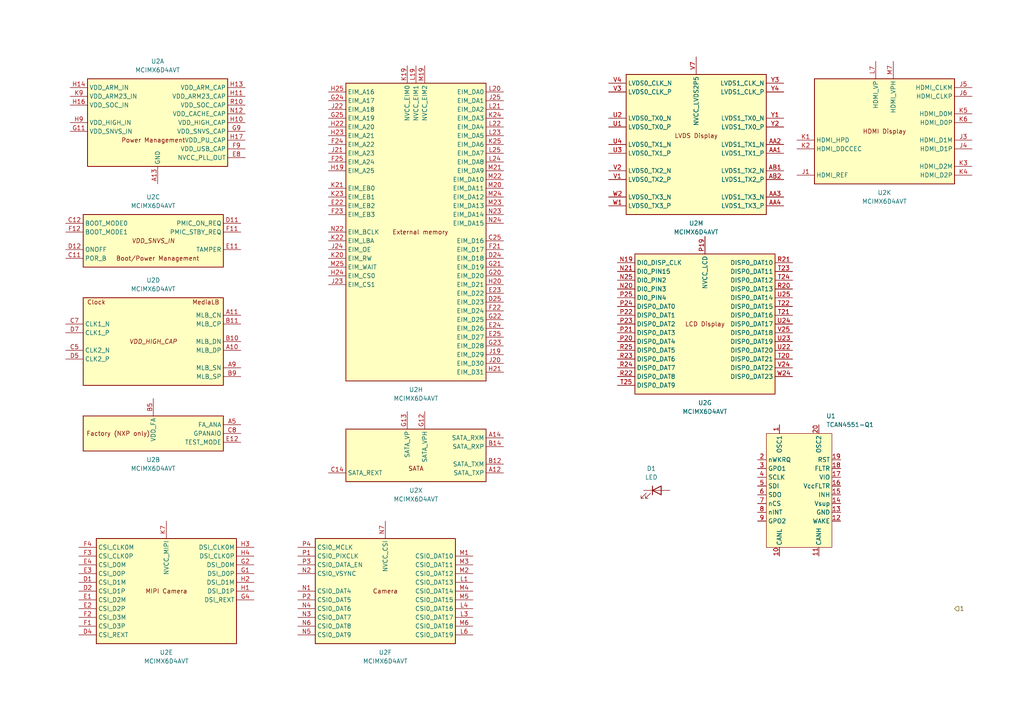
<source format=kicad_sch>
(kicad_sch (version 20250114) (generator "eeschema") (generator_version "9.0")
  (paper "A4")
  (title_block (title "Muhammad Azeem") (company "Invicton Labs"))
  (lib_symbols
    (symbol "CPU_NXP_IMX:MCIMX6D4AVT"
      (property "Reference" "U" (at 15.24 90.17 0))
      (property "Value" "MCIMX6D4AVT" (at -13.97 90.17 0))
      (symbol "MCIMX6D4AVT_1_0"
        (text "Power Management" (at -1.27 -5.08 0) (effects (font (size 1.27 1.27))))
      )
      (symbol "MCIMX6D4AVT_1_1"
        (pin power_in line (at -25.4 10.16 0) (length 5.08) (name "VDD_ARM_IN") (number "H14"))
        (pin passive line (at -25.4 10.16 0) (length 5.08) (hide yes) (name "VDD_ARM_IN") (number "J14"))
        (pin passive line (at -25.4 10.16 0) (length 5.08) (hide yes) (name "VDD_ARM_IN") (number "K14"))
        (pin passive line (at -25.4 10.16 0) (length 5.08) (hide yes) (name "VDD_ARM_IN") (number "L14"))
        (pin passive line (at -25.4 10.16 0) (length 5.08) (hide yes) (name "VDD_ARM_IN") (number "M14"))
        (pin passive line (at -25.4 10.16 0) (length 5.08) (hide yes) (name "VDD_ARM_IN") (number "N14"))
        (pin passive line (at -25.4 10.16 0) (length 5.08) (hide yes) (name "VDD_ARM_IN") (number "P14"))
        (pin passive line (at -25.4 10.16 0) (length 5.08) (hide yes) (name "VDD_ARM_IN") (number "R14"))
        (pin power_in line (at -25.4 7.62 0) (length 5.08) (name "VDD_ARM23_IN") (number "K9"))
        (pin passive line (at -25.4 7.62 0) (length 5.08) (hide yes) (name "VDD_ARM23_IN") (number "L9"))
        (pin passive line (at -25.4 7.62 0) (length 5.08) (hide yes) (name "VDD_ARM23_IN") (number "M9"))
        (pin passive line (at -25.4 7.62 0) (length 5.08) (hide yes) (name "VDD_ARM23_IN") (number "N9"))
        (pin passive line (at -25.4 7.62 0) (length 5.08) (hide yes) (name "VDD_ARM23_IN") (number "P9"))
        (pin passive line (at -25.4 7.62 0) (length 5.08) (hide yes) (name "VDD_ARM23_IN") (number "R9"))
        (pin passive line (at -25.4 7.62 0) (length 5.08) (hide yes) (name "VDD_ARM23_IN") (number "T9"))
        (pin passive line (at -25.4 7.62 0) (length 5.08) (hide yes) (name "VDD_ARM23_IN") (number "U9"))
        (pin power_in line (at -25.4 5.08 0) (length 5.08) (name "VDD_SOC_IN") (number "H16"))
        (pin passive line (at -25.4 5.08 0) (length 5.08) (hide yes) (name "VDD_SOC_IN") (number "J16"))
        (pin passive line (at -25.4 5.08 0) (length 5.08) (hide yes) (name "VDD_SOC_IN") (number "K16"))
        (pin passive line (at -25.4 5.08 0) (length 5.08) (hide yes) (name "VDD_SOC_IN") (number "L16"))
        (pin passive line (at -25.4 5.08 0) (length 5.08) (hide yes) (name "VDD_SOC_IN") (number "M16"))
        (pin passive line (at -25.4 5.08 0) (length 5.08) (hide yes) (name "VDD_SOC_IN") (number "N16"))
        (pin passive line (at -25.4 5.08 0) (length 5.08) (hide yes) (name "VDD_SOC_IN") (number "P16"))
        (pin passive line (at -25.4 5.08 0) (length 5.08) (hide yes) (name "VDD_SOC_IN") (number "R16"))
        (pin passive line (at -25.4 5.08 0) (length 5.08) (hide yes) (name "VDD_SOC_IN") (number "T16"))
        (pin passive line (at -25.4 5.08 0) (length 5.08) (hide yes) (name "VDD_SOC_IN") (number "U16"))
        (pin power_in line (at -25.4 0 0) (length 5.08) (name "VDD_HIGH_IN") (number "H9"))
        (pin passive line (at -25.4 0 0) (length 5.08) (hide yes) (name "VDD_HIGH_IN") (number "J9"))
        (pin power_in line (at -25.4 -2.54 0) (length 5.08) (name "VDD_SNVS_IN") (number "G11"))
        (pin power_in line (at 0 -17.78 90) (length 5.08) (name "GND") (number "A13"))
        (pin passive line (at 0 -17.78 90) (length 5.08) (hide yes) (name "GND") (number "A25"))
        (pin passive line (at 0 -17.78 90) (length 5.08) (hide yes) (name "GND") (number "A4"))
        (pin passive line (at 0 -17.78 90) (length 5.08) (hide yes) (name "GND") (number "A8"))
        (pin passive line (at 0 -17.78 90) (length 5.08) (hide yes) (name "GND") (number "AA10"))
        (pin passive line (at 0 -17.78 90) (length 5.08) (hide yes) (name "GND") (number "AA13"))
        (pin passive line (at 0 -17.78 90) (length 5.08) (hide yes) (name "GND") (number "AA16"))
        (pin passive line (at 0 -17.78 90) (length 5.08) (hide yes) (name "GND") (number "AA19"))
        (pin passive line (at 0 -17.78 90) (length 5.08) (hide yes) (name "GND") (number "AA22"))
        (pin passive line (at 0 -17.78 90) (length 5.08) (hide yes) (name "GND") (number "AA7"))
        (pin passive line (at 0 -17.78 90) (length 5.08) (hide yes) (name "GND") (number "AB24"))
        (pin passive line (at 0 -17.78 90) (length 5.08) (hide yes) (name "GND") (number "AB3"))
        (pin passive line (at 0 -17.78 90) (length 5.08) (hide yes) (name "GND") (number "AD10"))
        (pin passive line (at 0 -17.78 90) (length 5.08) (hide yes) (name "GND") (number "AD13"))
        (pin passive line (at 0 -17.78 90) (length 5.08) (hide yes) (name "GND") (number "AD16"))
        (pin passive line (at 0 -17.78 90) (length 5.08) (hide yes) (name "GND") (number "AD19"))
        (pin passive line (at 0 -17.78 90) (length 5.08) (hide yes) (name "GND") (number "AD22"))
        (pin passive line (at 0 -17.78 90) (length 5.08) (hide yes) (name "GND") (number "AD4"))
        (pin passive line (at 0 -17.78 90) (length 5.08) (hide yes) (name "GND") (number "AD7"))
        (pin passive line (at 0 -17.78 90) (length 5.08) (hide yes) (name "GND") (number "AE1"))
        (pin passive line (at 0 -17.78 90) (length 5.08) (hide yes) (name "GND") (number "AE25"))
        (pin passive line (at 0 -17.78 90) (length 5.08) (hide yes) (name "GND") (number "B4"))
        (pin passive line (at 0 -17.78 90) (length 5.08) (hide yes) (name "GND") (number "C1"))
        (pin passive line (at 0 -17.78 90) (length 5.08) (hide yes) (name "GND") (number "C10"))
        (pin passive line (at 0 -17.78 90) (length 5.08) (hide yes) (name "GND") (number "C4"))
        (pin passive line (at 0 -17.78 90) (length 5.08) (hide yes) (name "GND") (number "C6"))
        (pin passive line (at 0 -17.78 90) (length 5.08) (hide yes) (name "GND") (number "D3"))
        (pin passive line (at 0 -17.78 90) (length 5.08) (hide yes) (name "GND") (number "D6"))
        (pin passive line (at 0 -17.78 90) (length 5.08) (hide yes) (name "GND") (number "D8"))
        (pin passive line (at 0 -17.78 90) (length 5.08) (hide yes) (name "GND") (number "E5"))
        (pin passive line (at 0 -17.78 90) (length 5.08) (hide yes) (name "GND") (number "E6"))
        (pin passive line (at 0 -17.78 90) (length 5.08) (hide yes) (name "GND") (number "E7"))
        (pin passive line (at 0 -17.78 90) (length 5.08) (hide yes) (name "GND") (number "F5"))
        (pin passive line (at 0 -17.78 90) (length 5.08) (hide yes) (name "GND") (number "F6"))
        (pin passive line (at 0 -17.78 90) (length 5.08) (hide yes) (name "GND") (number "F7"))
        (pin passive line (at 0 -17.78 90) (length 5.08) (hide yes) (name "GND") (number "F8"))
        (pin passive line (at 0 -17.78 90) (length 5.08) (hide yes) (name "GND") (number "G10"))
        (pin passive line (at 0 -17.78 90) (length 5.08) (hide yes) (name "GND") (number "G19"))
        (pin passive line (at 0 -17.78 90) (length 5.08) (hide yes) (name "GND") (number "G3"))
        (pin passive line (at 0 -17.78 90) (length 5.08) (hide yes) (name "GND") (number "H12"))
        (pin passive line (at 0 -17.78 90) (length 5.08) (hide yes) (name "GND") (number "H15"))
        (pin passive line (at 0 -17.78 90) (length 5.08) (hide yes) (name "GND") (number "H18"))
        (pin passive line (at 0 -17.78 90) (length 5.08) (hide yes) (name "GND") (number "H8"))
        (pin passive line (at 0 -17.78 90) (length 5.08) (hide yes) (name "GND") (number "J12"))
        (pin passive line (at 0 -17.78 90) (length 5.08) (hide yes) (name "GND") (number "J15"))
        (pin passive line (at 0 -17.78 90) (length 5.08) (hide yes) (name "GND") (number "J18"))
        (pin passive line (at 0 -17.78 90) (length 5.08) (hide yes) (name "GND") (number "J2"))
        (pin passive line (at 0 -17.78 90) (length 5.08) (hide yes) (name "GND") (number "J8"))
        (pin passive line (at 0 -17.78 90) (length 5.08) (hide yes) (name "GND") (number "K10"))
        (pin passive line (at 0 -17.78 90) (length 5.08) (hide yes) (name "GND") (number "K12"))
        (pin passive line (at 0 -17.78 90) (length 5.08) (hide yes) (name "GND") (number "K15"))
        (pin passive line (at 0 -17.78 90) (length 5.08) (hide yes) (name "GND") (number "K18"))
        (pin passive line (at 0 -17.78 90) (length 5.08) (hide yes) (name "GND") (number "K8"))
        (pin passive line (at 0 -17.78 90) (length 5.08) (hide yes) (name "GND") (number "L10"))
        (pin passive line (at 0 -17.78 90) (length 5.08) (hide yes) (name "GND") (number "L12"))
        (pin passive line (at 0 -17.78 90) (length 5.08) (hide yes) (name "GND") (number "L15"))
        (pin passive line (at 0 -17.78 90) (length 5.08) (hide yes) (name "GND") (number "L18"))
        (pin passive line (at 0 -17.78 90) (length 5.08) (hide yes) (name "GND") (number "L2"))
        (pin passive line (at 0 -17.78 90) (length 5.08) (hide yes) (name "GND") (number "L5"))
        (pin passive line (at 0 -17.78 90) (length 5.08) (hide yes) (name "GND") (number "L8"))
        (pin passive line (at 0 -17.78 90) (length 5.08) (hide yes) (name "GND") (number "M10"))
        (pin passive line (at 0 -17.78 90) (length 5.08) (hide yes) (name "GND") (number "M12"))
        (pin passive line (at 0 -17.78 90) (length 5.08) (hide yes) (name "GND") (number "M15"))
        (pin passive line (at 0 -17.78 90) (length 5.08) (hide yes) (name "GND") (number "M18"))
        (pin passive line (at 0 -17.78 90) (length 5.08) (hide yes) (name "GND") (number "M8"))
        (pin passive line (at 0 -17.78 90) (length 5.08) (hide yes) (name "GND") (number "N10"))
        (pin passive line (at 0 -17.78 90) (length 5.08) (hide yes) (name "GND") (number "N15"))
        (pin passive line (at 0 -17.78 90) (length 5.08) (hide yes) (name "GND") (number "N18"))
        (pin passive line (at 0 -17.78 90) (length 5.08) (hide yes) (name "GND") (number "N8"))
        (pin passive line (at 0 -17.78 90) (length 5.08) (hide yes) (name "GND") (number "P10"))
        (pin passive line (at 0 -17.78 90) (length 5.08) (hide yes) (name "GND") (number "P12"))
        (pin passive line (at 0 -17.78 90) (length 5.08) (hide yes) (name "GND") (number "P15"))
        (pin passive line (at 0 -17.78 90) (length 5.08) (hide yes) (name "GND") (number "P18"))
        (pin passive line (at 0 -17.78 90) (length 5.08) (hide yes) (name "GND") (number "P8"))
        (pin passive line (at 0 -17.78 90) (length 5.08) (hide yes) (name "GND") (number "R12"))
        (pin passive line (at 0 -17.78 90) (length 5.08) (hide yes) (name "GND") (number "R15"))
        (pin passive line (at 0 -17.78 90) (length 5.08) (hide yes) (name "GND") (number "R17"))
        (pin passive line (at 0 -17.78 90) (length 5.08) (hide yes) (name "GND") (number "R8"))
        (pin passive line (at 0 -17.78 90) (length 5.08) (hide yes) (name "GND") (number "T11"))
        (pin passive line (at 0 -17.78 90) (length 5.08) (hide yes) (name "GND") (number "T12"))
        (pin passive line (at 0 -17.78 90) (length 5.08) (hide yes) (name "GND") (number "T15"))
        (pin passive line (at 0 -17.78 90) (length 5.08) (hide yes) (name "GND") (number "T17"))
        (pin passive line (at 0 -17.78 90) (length 5.08) (hide yes) (name "GND") (number "T19"))
        (pin passive line (at 0 -17.78 90) (length 5.08) (hide yes) (name "GND") (number "T8"))
        (pin passive line (at 0 -17.78 90) (length 5.08) (hide yes) (name "GND") (number "U11"))
        (pin passive line (at 0 -17.78 90) (length 5.08) (hide yes) (name "GND") (number "U12"))
        (pin passive line (at 0 -17.78 90) (length 5.08) (hide yes) (name "GND") (number "U15"))
        (pin passive line (at 0 -17.78 90) (length 5.08) (hide yes) (name "GND") (number "U17"))
        (pin passive line (at 0 -17.78 90) (length 5.08) (hide yes) (name "GND") (number "U19"))
        (pin passive line (at 0 -17.78 90) (length 5.08) (hide yes) (name "GND") (number "U8"))
        (pin passive line (at 0 -17.78 90) (length 5.08) (hide yes) (name "GND") (number "V19"))
        (pin passive line (at 0 -17.78 90) (length 5.08) (hide yes) (name "GND") (number "V8"))
        (pin passive line (at 0 -17.78 90) (length 5.08) (hide yes) (name "GND") (number "W10"))
        (pin passive line (at 0 -17.78 90) (length 5.08) (hide yes) (name "GND") (number "W11"))
        (pin passive line (at 0 -17.78 90) (length 5.08) (hide yes) (name "GND") (number "W12"))
        (pin passive line (at 0 -17.78 90) (length 5.08) (hide yes) (name "GND") (number "W13"))
        (pin passive line (at 0 -17.78 90) (length 5.08) (hide yes) (name "GND") (number "W15"))
        (pin passive line (at 0 -17.78 90) (length 5.08) (hide yes) (name "GND") (number "W16"))
        (pin passive line (at 0 -17.78 90) (length 5.08) (hide yes) (name "GND") (number "W17"))
        (pin passive line (at 0 -17.78 90) (length 5.08) (hide yes) (name "GND") (number "W18"))
        (pin passive line (at 0 -17.78 90) (length 5.08) (hide yes) (name "GND") (number "W19"))
        (pin passive line (at 0 -17.78 90) (length 5.08) (hide yes) (name "GND") (number "W3"))
        (pin passive line (at 0 -17.78 90) (length 5.08) (hide yes) (name "GND") (number "W7"))
        (pin passive line (at 0 -17.78 90) (length 5.08) (hide yes) (name "GND") (number "W8"))
        (pin passive line (at 0 -17.78 90) (length 5.08) (hide yes) (name "GND") (number "W9"))
        (pin passive line (at 0 -17.78 90) (length 5.08) (hide yes) (name "GND") (number "Y24"))
        (pin passive line (at 0 -17.78 90) (length 5.08) (hide yes) (name "GND") (number "Y5"))
        (pin power_out line (at 25.4 10.16 180) (length 5.08) (name "VDD_ARM_CAP") (number "H13"))
        (pin passive line (at 25.4 10.16 180) (length 5.08) (hide yes) (name "VDD_ARM_CAP") (number "J13"))
        (pin passive line (at 25.4 10.16 180) (length 5.08) (hide yes) (name "VDD_ARM_CAP") (number "K13"))
        (pin passive line (at 25.4 10.16 180) (length 5.08) (hide yes) (name "VDD_ARM_CAP") (number "L13"))
        (pin passive line (at 25.4 10.16 180) (length 5.08) (hide yes) (name "VDD_ARM_CAP") (number "M13"))
        (pin passive line (at 25.4 10.16 180) (length 5.08) (hide yes) (name "VDD_ARM_CAP") (number "N13"))
        (pin passive line (at 25.4 10.16 180) (length 5.08) (hide yes) (name "VDD_ARM_CAP") (number "P13"))
        (pin passive line (at 25.4 10.16 180) (length 5.08) (hide yes) (name "VDD_ARM_CAP") (number "R13"))
        (pin power_out line (at 25.4 7.62 180) (length 5.08) (name "VDD_ARM23_CAP") (number "H11"))
        (pin passive line (at 25.4 7.62 180) (length 5.08) (hide yes) (name "VDD_ARM23_CAP") (number "J11"))
        (pin passive line (at 25.4 7.62 180) (length 5.08) (hide yes) (name "VDD_ARM23_CAP") (number "K11"))
        (pin passive line (at 25.4 7.62 180) (length 5.08) (hide yes) (name "VDD_ARM23_CAP") (number "L11"))
        (pin passive line (at 25.4 7.62 180) (length 5.08) (hide yes) (name "VDD_ARM23_CAP") (number "M11"))
        (pin passive line (at 25.4 7.62 180) (length 5.08) (hide yes) (name "VDD_ARM23_CAP") (number "N11"))
        (pin passive line (at 25.4 7.62 180) (length 5.08) (hide yes) (name "VDD_ARM23_CAP") (number "P11"))
        (pin passive line (at 25.4 7.62 180) (length 5.08) (hide yes) (name "VDD_ARM23_CAP") (number "R11"))
        (pin power_out line (at 25.4 5.08 180) (length 5.08) (name "VDD_SOC_CAP") (number "R10"))
        (pin passive line (at 25.4 5.08 180) (length 5.08) (hide yes) (name "VDD_SOC_CAP") (number "T10"))
        (pin passive line (at 25.4 5.08 180) (length 5.08) (hide yes) (name "VDD_SOC_CAP") (number "T13"))
        (pin passive line (at 25.4 5.08 180) (length 5.08) (hide yes) (name "VDD_SOC_CAP") (number "T14"))
        (pin passive line (at 25.4 5.08 180) (length 5.08) (hide yes) (name "VDD_SOC_CAP") (number "U10"))
        (pin passive line (at 25.4 5.08 180) (length 5.08) (hide yes) (name "VDD_SOC_CAP") (number "U13"))
        (pin passive line (at 25.4 5.08 180) (length 5.08) (hide yes) (name "VDD_SOC_CAP") (number "U14"))
        (pin power_in line (at 25.4 2.54 180) (length 5.08) (name "VDD_CACHE_CAP") (number "N12"))
        (pin power_out line (at 25.4 0 180) (length 5.08) (name "VDD_HIGH_CAP") (number "H10"))
        (pin passive line (at 25.4 0 180) (length 5.08) (hide yes) (name "VDD_HIGH_CAP") (number "J10"))
        (pin power_out line (at 25.4 -2.54 180) (length 5.08) (name "VDD_SNVS_CAP") (number "G9"))
        (pin power_out line (at 25.4 -5.08 180) (length 5.08) (name "VDD_PU_CAP") (number "H17"))
        (pin passive line (at 25.4 -5.08 180) (length 5.08) (hide yes) (name "VDD_PU_CAP") (number "J17"))
        (pin passive line (at 25.4 -5.08 180) (length 5.08) (hide yes) (name "VDD_PU_CAP") (number "K17"))
        (pin passive line (at 25.4 -5.08 180) (length 5.08) (hide yes) (name "VDD_PU_CAP") (number "L17"))
        (pin passive line (at 25.4 -5.08 180) (length 5.08) (hide yes) (name "VDD_PU_CAP") (number "M17"))
        (pin passive line (at 25.4 -5.08 180) (length 5.08) (hide yes) (name "VDD_PU_CAP") (number "N17"))
        (pin passive line (at 25.4 -5.08 180) (length 5.08) (hide yes) (name "VDD_PU_CAP") (number "P17"))
        (pin power_out line (at 25.4 -7.62 180) (length 5.08) (name "VDD_USB_CAP") (number "F9"))
        (pin power_out line (at 25.4 -10.16 180) (length 5.08) (name "NVCC_PLL_OUT") (number "E8"))
      )
      (symbol "MCIMX6D4AVT_2_0"
        (text "Factory (NXP only)" (at -10.16 0 0) (effects (font (size 1.27 1.27))))
      )
      (symbol "MCIMX6D4AVT_2_1"
        (pin passive line (at 0 10.16 270) (length 5.08) (name "VDD_FA") (number "B5"))
        (pin passive line (at 25.4 2.54 180) (length 5.08) (name "FA_ANA") (number "A5"))
        (pin passive line (at 25.4 0 180) (length 5.08) (name "GPANAIO") (number "C8"))
        (pin passive line (at 25.4 -2.54 180) (length 5.08) (name "TEST_MODE") (number "E12"))
      )
      (symbol "MCIMX6D4AVT_3_0"
        (text "Boot/Power Management" (at 1.27 -5.08 0) (effects (font (size 1.27 1.27))))
      )
      (symbol "MCIMX6D4AVT_3_1"
        (text "VDD_SNVS_IN" (at 0 0 0) (effects (font (size 1.27 1.27) (italic yes))))
        (pin input line (at -25.4 5.08 0) (length 5.08) (name "BOOT_MODE0") (number "C12"))
        (pin input line (at -25.4 2.54 0) (length 5.08) (name "BOOT_MODE1") (number "F12"))
        (pin input line (at -25.4 -2.54 0) (length 5.08) (name "ONOFF") (number "D12"))
        (pin input line (at -25.4 -5.08 0) (length 5.08) (name "POR_B") (number "C11"))
        (pin output line (at 25.4 5.08 180) (length 5.08) (name "PMIC_ON_REQ") (number "D11"))
        (pin output line (at 25.4 2.54 180) (length 5.08) (name "PMIC_STBY_REQ") (number "F11"))
        (pin input line (at 25.4 -2.54 180) (length 5.08) (name "TAMPER") (number "E11"))
      )
      (symbol "MCIMX6D4AVT_4_0"
        (text "Clock" (at -16.51 11.43 0) (effects (font (size 1.27 1.27))))
        (text "MediaLB" (at 15.24 11.43 0) (effects (font (size 1.27 1.27))))
      )
      (symbol "MCIMX6D4AVT_4_1"
        (text "VDD_HIGH_CAP" (at 0 0 0) (effects (font (size 1.27 1.27) (italic yes))))
        (pin bidirectional line (at -25.4 5.08 0) (length 5.08) (name "CLK1_N") (number "C7"))
        (pin bidirectional line (at -25.4 2.54 0) (length 5.08) (name "CLK1_P") (number "D7"))
        (pin bidirectional line (at -25.4 -2.54 0) (length 5.08) (name "CLK2_N") (number "C5"))
        (pin bidirectional line (at -25.4 -5.08 0) (length 5.08) (name "CLK2_P") (number "D5"))
        (pin input line (at 25.4 7.62 180) (length 5.08) (name "MLB_CN") (number "A11"))
        (pin input line (at 25.4 5.08 180) (length 5.08) (name "MLB_CP") (number "B11"))
        (pin bidirectional line (at 25.4 0 180) (length 5.08) (name "MLB_DN") (number "B10"))
        (pin bidirectional line (at 25.4 -2.54 180) (length 5.08) (name "MLB_DP") (number "A10"))
        (pin bidirectional line (at 25.4 -7.62 180) (length 5.08) (name "MLB_SN") (number "A9"))
        (pin bidirectional line (at 25.4 -10.16 180) (length 5.08) (name "MLB_SP") (number "B9"))
      )
      (symbol "MCIMX6D4AVT_5_0"
        (text "MIPI Camera" (at 0 0 0) (effects (font (size 1.27 1.27))))
      )
      (symbol "MCIMX6D4AVT_5_1"
        (pin input line (at -25.4 12.7 0) (length 5.08) (name "CSI_CLK0M") (number "F4"))
        (pin input line (at -25.4 10.16 0) (length 5.08) (name "CSI_CLK0P") (number "F3"))
        (pin input line (at -25.4 7.62 0) (length 5.08) (name "CSI_D0M") (number "E4"))
        (pin input line (at -25.4 5.08 0) (length 5.08) (name "CSI_D0P") (number "E3"))
        (pin input line (at -25.4 2.54 0) (length 5.08) (name "CSI_D1M") (number "D1"))
        (pin input line (at -25.4 0 0) (length 5.08) (name "CSI_D1P") (number "D2"))
        (pin input line (at -25.4 -2.54 0) (length 5.08) (name "CSI_D2M") (number "E1"))
        (pin input line (at -25.4 -5.08 0) (length 5.08) (name "CSI_D2P") (number "E2"))
        (pin input line (at -25.4 -7.62 0) (length 5.08) (name "CSI_D3M") (number "F2"))
        (pin input line (at -25.4 -10.16 0) (length 5.08) (name "CSI_D3P") (number "F1"))
        (pin passive line (at -25.4 -12.7 0) (length 5.08) (name "CSI_REXT") (number "D4"))
        (pin power_in line (at 0 20.32 270) (length 5.08) (name "NVCC_MIPI") (number "K7"))
        (pin output line (at 25.4 12.7 180) (length 5.08) (name "DSI_CLK0M") (number "H3"))
        (pin output line (at 25.4 10.16 180) (length 5.08) (name "DSI_CLK0P") (number "H4"))
        (pin output line (at 25.4 7.62 180) (length 5.08) (name "DSI_D0M") (number "G2"))
        (pin output line (at 25.4 5.08 180) (length 5.08) (name "DSI_D0P") (number "G1"))
        (pin output line (at 25.4 2.54 180) (length 5.08) (name "DSI_D1M") (number "H2"))
        (pin output line (at 25.4 0 180) (length 5.08) (name "DSI_D1P") (number "H1"))
        (pin passive line (at 25.4 -2.54 180) (length 5.08) (name "DSI_REXT") (number "G4"))
      )
      (symbol "MCIMX6D4AVT_6_0"
        (text "Camera" (at 0 0 0) (effects (font (size 1.27 1.27))))
      )
      (symbol "MCIMX6D4AVT_6_1"
        (pin bidirectional line (at -25.4 12.7 0) (length 5.08) (name "CSI0_MCLK") (number "P4"))
        (pin bidirectional line (at -25.4 10.16 0) (length 5.08) (name "CSI0_PIXCLK") (number "P1"))
        (pin bidirectional line (at -25.4 7.62 0) (length 5.08) (name "CSI0_DATA_EN") (number "P3"))
        (pin bidirectional line (at -25.4 5.08 0) (length 5.08) (name "CSI0_VSYNC") (number "N2"))
        (pin bidirectional line (at -25.4 0 0) (length 5.08) (name "CSI0_DAT4") (number "N1"))
        (pin bidirectional line (at -25.4 -2.54 0) (length 5.08) (name "CSI0_DAT5") (number "P2"))
        (pin bidirectional line (at -25.4 -5.08 0) (length 5.08) (name "CSI0_DAT6") (number "N4"))
        (pin bidirectional line (at -25.4 -7.62 0) (length 5.08) (name "CSI0_DAT7") (number "N3"))
        (pin bidirectional line (at -25.4 -10.16 0) (length 5.08) (name "CSI0_DAT8") (number "N6"))
        (pin bidirectional line (at -25.4 -12.7 0) (length 5.08) (name "CSI0_DAT9") (number "N5"))
        (pin power_in line (at 0 20.32 270) (length 5.08) (name "NVCC_CSI") (number "N7"))
        (pin bidirectional line (at 25.4 10.16 180) (length 5.08) (name "CSI0_DAT10") (number "M1"))
        (pin bidirectional line (at 25.4 7.62 180) (length 5.08) (name "CSI0_DAT11") (number "M3"))
        (pin bidirectional line (at 25.4 5.08 180) (length 5.08) (name "CSI0_DAT12") (number "M2"))
        (pin bidirectional line (at 25.4 2.54 180) (length 5.08) (name "CSI0_DAT13") (number "L1"))
        (pin bidirectional line (at 25.4 0 180) (length 5.08) (name "CSI0_DAT14") (number "M4"))
        (pin bidirectional line (at 25.4 -2.54 180) (length 5.08) (name "CSI0_DAT15") (number "M5"))
        (pin bidirectional line (at 25.4 -5.08 180) (length 5.08) (name "CSI0_DAT16") (number "L4"))
        (pin bidirectional line (at 25.4 -7.62 180) (length 5.08) (name "CSI0_DAT17") (number "L3"))
        (pin bidirectional line (at 25.4 -10.16 180) (length 5.08) (name "CSI0_DAT18") (number "M6"))
        (pin bidirectional line (at 25.4 -12.7 180) (length 5.08) (name "CSI0_DAT19") (number "L6"))
      )
      (symbol "MCIMX6D4AVT_7_0"
        (text "LCD Display" (at 0 0 0) (effects (font (size 1.27 1.27))))
      )
      (symbol "MCIMX6D4AVT_7_1"
        (pin bidirectional line (at -25.4 17.78 0) (length 5.08) (name "DI0_DISP_CLK") (number "N19"))
        (pin bidirectional line (at -25.4 15.24 0) (length 5.08) (name "DI0_PIN15") (number "N21"))
        (pin bidirectional line (at -25.4 12.7 0) (length 5.08) (name "DI0_PIN2") (number "N25"))
        (pin bidirectional line (at -25.4 10.16 0) (length 5.08) (name "DI0_PIN3") (number "N20"))
        (pin bidirectional line (at -25.4 7.62 0) (length 5.08) (name "DI0_PIN4") (number "P25"))
        (pin bidirectional line (at -25.4 5.08 0) (length 5.08) (name "DISP0_DAT0") (number "P24"))
        (pin bidirectional line (at -25.4 2.54 0) (length 5.08) (name "DISP0_DAT1") (number "P22"))
        (pin bidirectional line (at -25.4 0 0) (length 5.08) (name "DISP0_DAT2") (number "P23"))
        (pin bidirectional line (at -25.4 -2.54 0) (length 5.08) (name "DISP0_DAT3") (number "P21"))
        (pin bidirectional line (at -25.4 -5.08 0) (length 5.08) (name "DISP0_DAT4") (number "P20"))
        (pin bidirectional line (at -25.4 -7.62 0) (length 5.08) (name "DISP0_DAT5") (number "R25"))
        (pin bidirectional line (at -25.4 -10.16 0) (length 5.08) (name "DISP0_DAT6") (number "R23"))
        (pin bidirectional line (at -25.4 -12.7 0) (length 5.08) (name "DISP0_DAT7") (number "R24"))
        (pin bidirectional line (at -25.4 -15.24 0) (length 5.08) (name "DISP0_DAT8") (number "R22"))
        (pin bidirectional line (at -25.4 -17.78 0) (length 5.08) (name "DISP0_DAT9") (number "T25"))
        (pin power_in line (at 0 25.4 270) (length 5.08) (name "NVCC_LCD") (number "P19"))
        (pin bidirectional line (at 25.4 17.78 180) (length 5.08) (name "DISP0_DAT10") (number "R21"))
        (pin bidirectional line (at 25.4 15.24 180) (length 5.08) (name "DISP0_DAT11") (number "T23"))
        (pin bidirectional line (at 25.4 12.7 180) (length 5.08) (name "DISP0_DAT12") (number "T24"))
        (pin bidirectional line (at 25.4 10.16 180) (length 5.08) (name "DISP0_DAT13") (number "R20"))
        (pin bidirectional line (at 25.4 7.62 180) (length 5.08) (name "DISP0_DAT14") (number "U25"))
        (pin bidirectional line (at 25.4 5.08 180) (length 5.08) (name "DISP0_DAT15") (number "T22"))
        (pin bidirectional line (at 25.4 2.54 180) (length 5.08) (name "DISP0_DAT16") (number "T21"))
        (pin bidirectional line (at 25.4 0 180) (length 5.08) (name "DISP0_DAT17") (number "U24"))
        (pin bidirectional line (at 25.4 -2.54 180) (length 5.08) (name "DISP0_DAT18") (number "V25"))
        (pin bidirectional line (at 25.4 -5.08 180) (length 5.08) (name "DISP0_DAT19") (number "U23"))
        (pin bidirectional line (at 25.4 -7.62 180) (length 5.08) (name "DISP0_DAT20") (number "U22"))
        (pin bidirectional line (at 25.4 -10.16 180) (length 5.08) (name "DISP0_DAT21") (number "T20"))
        (pin bidirectional line (at 25.4 -12.7 180) (length 5.08) (name "DISP0_DAT22") (number "V24"))
        (pin bidirectional line (at 25.4 -15.24 180) (length 5.08) (name "DISP0_DAT23") (number "W24"))
      )
      (symbol "MCIMX6D4AVT_8_0"
        (text "External memory" (at 1.27 0 0) (effects (font (size 1.27 1.27))))
      )
      (symbol "MCIMX6D4AVT_8_1"
        (pin bidirectional line (at -25.4 40.64 0) (length 5.08) (name "EIM_A16") (number "H25"))
        (pin bidirectional line (at -25.4 38.1 0) (length 5.08) (name "EIM_A17") (number "G24"))
        (pin bidirectional line (at -25.4 35.56 0) (length 5.08) (name "EIM_A18") (number "J22"))
        (pin bidirectional line (at -25.4 33.02 0) (length 5.08) (name "EIM_A19") (number "G25"))
        (pin bidirectional line (at -25.4 30.48 0) (length 5.08) (name "EIM_A20") (number "H22"))
        (pin bidirectional line (at -25.4 27.94 0) (length 5.08) (name "EIM_A21") (number "H23"))
        (pin bidirectional line (at -25.4 25.4 0) (length 5.08) (name "EIM_A22") (number "F24"))
        (pin bidirectional line (at -25.4 22.86 0) (length 5.08) (name "EIM_A23") (number "J21"))
        (pin bidirectional line (at -25.4 20.32 0) (length 5.08) (name "EIM_A24") (number "F25"))
        (pin bidirectional line (at -25.4 17.78 0) (length 5.08) (name "EIM_A25") (number "H19"))
        (pin bidirectional line (at -25.4 12.7 0) (length 5.08) (name "EIM_EB0") (number "K21"))
        (pin bidirectional line (at -25.4 10.16 0) (length 5.08) (name "EIM_EB1") (number "K23"))
        (pin bidirectional line (at -25.4 7.62 0) (length 5.08) (name "EIM_EB2") (number "E22"))
        (pin bidirectional line (at -25.4 5.08 0) (length 5.08) (name "EIM_EB3") (number "F23"))
        (pin bidirectional line (at -25.4 0 0) (length 5.08) (name "EIM_BCLK") (number "N22"))
        (pin bidirectional line (at -25.4 -2.54 0) (length 5.08) (name "EIM_LBA") (number "K22"))
        (pin bidirectional line (at -25.4 -5.08 0) (length 5.08) (name "EIM_OE") (number "J24"))
        (pin bidirectional line (at -25.4 -7.62 0) (length 5.08) (name "EIM_RW") (number "K20"))
        (pin bidirectional line (at -25.4 -10.16 0) (length 5.08) (name "EIM_WAIT") (number "M25"))
        (pin bidirectional line (at -25.4 -12.7 0) (length 5.08) (name "EIM_CS0") (number "H24"))
        (pin bidirectional line (at -25.4 -15.24 0) (length 5.08) (name "EIM_CS1") (number "J23"))
        (pin power_in line (at -2.54 48.26 270) (length 5.08) (name "NVCC_EIM0") (number "K19"))
        (pin power_in line (at 0 48.26 270) (length 5.08) (name "NVCC_EIM1") (number "L19"))
        (pin power_in line (at 2.54 48.26 270) (length 5.08) (name "NVCC_EIM2") (number "M19"))
        (pin bidirectional line (at 25.4 40.64 180) (length 5.08) (name "EIM_DA0") (number "L20"))
        (pin bidirectional line (at 25.4 38.1 180) (length 5.08) (name "EIM_DA1") (number "J25"))
        (pin bidirectional line (at 25.4 35.56 180) (length 5.08) (name "EIM_DA2") (number "L21"))
        (pin bidirectional line (at 25.4 33.02 180) (length 5.08) (name "EIM_DA3") (number "K24"))
        (pin bidirectional line (at 25.4 30.48 180) (length 5.08) (name "EIM_DA4") (number "L22"))
        (pin bidirectional line (at 25.4 27.94 180) (length 5.08) (name "EIM_DA5") (number "L23"))
        (pin bidirectional line (at 25.4 25.4 180) (length 5.08) (name "EIM_DA6") (number "K25"))
        (pin bidirectional line (at 25.4 22.86 180) (length 5.08) (name "EIM_DA7") (number "L25"))
        (pin bidirectional line (at 25.4 20.32 180) (length 5.08) (name "EIM_DA8") (number "L24"))
        (pin bidirectional line (at 25.4 17.78 180) (length 5.08) (name "EIM_DA9") (number "M21"))
        (pin bidirectional line (at 25.4 15.24 180) (length 5.08) (name "EIM_DA10") (number "M22"))
        (pin bidirectional line (at 25.4 12.7 180) (length 5.08) (name "EIM_DA11") (number "M20"))
        (pin bidirectional line (at 25.4 10.16 180) (length 5.08) (name "EIM_DA12") (number "M24"))
        (pin bidirectional line (at 25.4 7.62 180) (length 5.08) (name "EIM_DA13") (number "M23"))
        (pin bidirectional line (at 25.4 5.08 180) (length 5.08) (name "EIM_DA14") (number "N23"))
        (pin bidirectional line (at 25.4 2.54 180) (length 5.08) (name "EIM_DA15") (number "N24"))
        (pin bidirectional line (at 25.4 -2.54 180) (length 5.08) (name "EIM_D16") (number "C25"))
        (pin bidirectional line (at 25.4 -5.08 180) (length 5.08) (name "EIM_D17") (number "F21"))
        (pin bidirectional line (at 25.4 -7.62 180) (length 5.08) (name "EIM_D18") (number "D24"))
        (pin bidirectional line (at 25.4 -10.16 180) (length 5.08) (name "EIM_D19") (number "G21"))
        (pin bidirectional line (at 25.4 -12.7 180) (length 5.08) (name "EIM_D20") (number "G20"))
        (pin bidirectional line (at 25.4 -15.24 180) (length 5.08) (name "EIM_D21") (number "H20"))
        (pin bidirectional line (at 25.4 -17.78 180) (length 5.08) (name "EIM_D22") (number "E23"))
        (pin bidirectional line (at 25.4 -20.32 180) (length 5.08) (name "EIM_D23") (number "D25"))
        (pin bidirectional line (at 25.4 -22.86 180) (length 5.08) (name "EIM_D24") (number "F22"))
        (pin bidirectional line (at 25.4 -25.4 180) (length 5.08) (name "EIM_D25") (number "G22"))
        (pin bidirectional line (at 25.4 -27.94 180) (length 5.08) (name "EIM_D26") (number "E24"))
        (pin bidirectional line (at 25.4 -30.48 180) (length 5.08) (name "EIM_D27") (number "E25"))
        (pin bidirectional line (at 25.4 -33.02 180) (length 5.08) (name "EIM_D28") (number "G23"))
        (pin bidirectional line (at 25.4 -35.56 180) (length 5.08) (name "EIM_D29") (number "J19"))
        (pin bidirectional line (at 25.4 -38.1 180) (length 5.08) (name "EIM_D30") (number "J20"))
        (pin bidirectional line (at 25.4 -40.64 180) (length 5.08) (name "EIM_D31") (number "H21"))
      )
      (symbol "MCIMX6D4AVT_9_0"
        (text "10/100-Mbit Ethernet" (at -2.54 -7.62 0) (effects (font (size 1.27 1.27))))
      )
      (symbol "MCIMX6D4AVT_9_1"
        (pin bidirectional line (at -25.4 7.62 0) (length 5.08) (name "ENET_RXD0") (number "W21"))
        (pin bidirectional line (at -25.4 5.08 0) (length 5.08) (name "ENET_RXD1") (number "W22"))
        (pin bidirectional line (at -25.4 2.54 0) (length 5.08) (name "ENET_CRS_DV") (number "U21"))
        (pin bidirectional line (at -25.4 0 0) (length 5.08) (name "ENET_RX_ER") (number "W23"))
        (pin bidirectional line (at -25.4 -5.08 0) (length 5.08) (name "ENET_REF_CLK") (number "V22"))
        (pin power_in line (at 0 15.24 270) (length 5.08) (name "NVCC_ENET") (number "R19"))
        (pin bidirectional line (at 25.4 7.62 180) (length 5.08) (name "ENET_TXD0") (number "U20"))
        (pin bidirectional line (at 25.4 5.08 180) (length 5.08) (name "ENET_TXD1") (number "W20"))
        (pin bidirectional line (at 25.4 2.54 180) (length 5.08) (name "ENET_TX_EN") (number "V21"))
        (pin bidirectional line (at 25.4 -5.08 180) (length 5.08) (name "ENET_MDC") (number "V20"))
        (pin bidirectional line (at 25.4 -7.62 180) (length 5.08) (name "ENET_MDIO") (number "V23"))
      )
      (symbol "MCIMX6D4AVT_10_0"
        (text "GPIO" (at 0 0 0) (effects (font (size 1.27 1.27))))
      )
      (symbol "MCIMX6D4AVT_10_1"
        (pin bidirectional line (at -25.4 17.78 0) (length 5.08) (name "GPIO_0") (number "T5"))
        (pin bidirectional line (at -25.4 15.24 0) (length 5.08) (name "GPIO_1") (number "T4"))
        (pin bidirectional line (at -25.4 12.7 0) (length 5.08) (name "GPIO_2") (number "T1"))
        (pin bidirectional line (at -25.4 10.16 0) (length 5.08) (name "GPIO_3") (number "R7"))
        (pin bidirectional line (at -25.4 7.62 0) (length 5.08) (name "GPIO_4") (number "R6"))
        (pin bidirectional line (at -25.4 5.08 0) (length 5.08) (name "GPIO_5") (number "R4"))
        (pin bidirectional line (at -25.4 2.54 0) (length 5.08) (name "GPIO_6") (number "T3"))
        (pin bidirectional line (at -25.4 0 0) (length 5.08) (name "GPIO_7") (number "R3"))
        (pin bidirectional line (at -25.4 -2.54 0) (length 5.08) (name "GPIO_8") (number "R5"))
        (pin bidirectional line (at -25.4 -5.08 0) (length 5.08) (name "GPIO_9") (number "T2"))
        (pin bidirectional line (at -25.4 -10.16 0) (length 5.08) (name "GPIO_16") (number "R2"))
        (pin bidirectional line (at -25.4 -12.7 0) (length 5.08) (name "GPIO_17") (number "R1"))
        (pin bidirectional line (at -25.4 -15.24 0) (length 5.08) (name "GPIO_18") (number "P6"))
        (pin bidirectional line (at -25.4 -17.78 0) (length 5.08) (name "GPIO_19") (number "P5"))
        (pin power_in line (at 0 25.4 270) (length 5.08) (name "NVCC_GPIO") (number "P7"))
        (pin bidirectional line (at 25.4 17.78 180) (length 5.08) (name "KEY_COL0") (number "W5"))
        (pin bidirectional line (at 25.4 15.24 180) (length 5.08) (name "KEY_COL1") (number "U7"))
        (pin bidirectional line (at 25.4 12.7 180) (length 5.08) (name "KEY_COL2") (number "W6"))
        (pin bidirectional line (at 25.4 10.16 180) (length 5.08) (name "KEY_COL3") (number "U5"))
        (pin bidirectional line (at 25.4 7.62 180) (length 5.08) (name "KEY_COL4") (number "T6"))
        (pin bidirectional line (at 25.4 2.54 180) (length 5.08) (name "KEY_ROW0") (number "V6"))
        (pin bidirectional line (at 25.4 0 180) (length 5.08) (name "KEY_ROW1") (number "U6"))
        (pin bidirectional line (at 25.4 -2.54 180) (length 5.08) (name "KEY_ROW2") (number "W4"))
        (pin bidirectional line (at 25.4 -5.08 180) (length 5.08) (name "KEY_ROW3") (number "T7"))
        (pin bidirectional line (at 25.4 -7.62 180) (length 5.08) (name "KEY_ROW4") (number "V5"))
      )
      (symbol "MCIMX6D4AVT_11_0"
        (text "HDMI Display" (at 0 0 0) (effects (font (size 1.27 1.27))))
      )
      (symbol "MCIMX6D4AVT_11_1"
        (pin input line (at -25.4 -2.54 0) (length 5.08) (name "HDMI_HPD") (number "K1"))
        (pin passive line (at -25.4 -5.08 0) (length 5.08) (name "HDMI_DDCCEC") (number "K2"))
        (pin passive line (at -25.4 -12.7 0) (length 5.08) (name "HDMI_REF") (number "J1"))
        (pin power_in line (at -2.54 20.32 270) (length 5.08) (name "HDMI_VP") (number "L7"))
        (pin power_in line (at 2.54 20.32 270) (length 5.08) (name "HDMI_VPH") (number "M7"))
        (pin output line (at 25.4 12.7 180) (length 5.08) (name "HDMI_CLKM") (number "J5"))
        (pin output line (at 25.4 10.16 180) (length 5.08) (name "HDMI_CLKP") (number "J6"))
        (pin output line (at 25.4 5.08 180) (length 5.08) (name "HDMI_D0M") (number "K5"))
        (pin output line (at 25.4 2.54 180) (length 5.08) (name "HDMI_D0P") (number "K6"))
        (pin output line (at 25.4 -2.54 180) (length 5.08) (name "HDMI_D1M") (number "J3"))
        (pin output line (at 25.4 -5.08 180) (length 5.08) (name "HDMI_D1P") (number "J4"))
        (pin output line (at 25.4 -10.16 180) (length 5.08) (name "HDMI_D2M") (number "K3"))
        (pin output line (at 25.4 -12.7 180) (length 5.08) (name "HDMI_D2P") (number "K4"))
      )
      (symbol "MCIMX6D4AVT_12_0"
        (text "JTAG Debug" (at 0 -5.08 0) (effects (font (size 1.27 1.27))))
      )
      (symbol "MCIMX6D4AVT_12_1"
        (pin power_in line (at 0 15.24 270) (length 5.08) (name "NVCC_JTAG") (number "J7"))
        (pin bidirectional line (at 25.4 7.62 180) (length 5.08) (name "JTAG_TMS") (number "C3"))
        (pin bidirectional line (at 25.4 5.08 180) (length 5.08) (name "JTAG_TCK") (number "H5"))
        (pin bidirectional line (at 25.4 2.54 180) (length 5.08) (name "JTAG_TDO") (number "G6"))
        (pin bidirectional line (at 25.4 0 180) (length 5.08) (name "JTAG_TDI") (number "G5"))
        (pin bidirectional line (at 25.4 -2.54 180) (length 5.08) (name "JTAG_TRSTB") (number "C2"))
        (pin input line (at 25.4 -7.62 180) (length 5.08) (name "JTAG_MOD") (number "H6"))
      )
      (symbol "MCIMX6D4AVT_13_0"
        (text "LVDS Display" (at 0 2.54 0) (effects (font (size 1.27 1.27))))
      )
      (symbol "MCIMX6D4AVT_13_1"
        (pin output line (at -25.4 17.78 0) (length 5.08) (name "LVDS0_CLK_N") (number "V4"))
        (pin output line (at -25.4 15.24 0) (length 5.08) (name "LVDS0_CLK_P") (number "V3"))
        (pin output line (at -25.4 7.62 0) (length 5.08) (name "LVDS0_TX0_N") (number "U2"))
        (pin output line (at -25.4 5.08 0) (length 5.08) (name "LVDS0_TX0_P") (number "U1"))
        (pin output line (at -25.4 0 0) (length 5.08) (name "LVDS0_TX1_N") (number "U4"))
        (pin output line (at -25.4 -2.54 0) (length 5.08) (name "LVDS0_TX1_P") (number "U3"))
        (pin output line (at -25.4 -7.62 0) (length 5.08) (name "LVDS0_TX2_N") (number "V2"))
        (pin output line (at -25.4 -10.16 0) (length 5.08) (name "LVDS0_TX2_P") (number "V1"))
        (pin output line (at -25.4 -15.24 0) (length 5.08) (name "LVDS0_TX3_N") (number "W2"))
        (pin output line (at -25.4 -17.78 0) (length 5.08) (name "LVDS0_TX3_P") (number "W1"))
        (pin power_in line (at 0 25.4 270) (length 5.08) (name "NVCC_LVDS2P5") (number "V7"))
        (pin output line (at 25.4 17.78 180) (length 5.08) (name "LVDS1_CLK_N") (number "Y3"))
        (pin output line (at 25.4 15.24 180) (length 5.08) (name "LVDS1_CLK_P") (number "Y4"))
        (pin output line (at 25.4 7.62 180) (length 5.08) (name "LVDS1_TX0_N") (number "Y1"))
        (pin output line (at 25.4 5.08 180) (length 5.08) (name "LVDS1_TX0_P") (number "Y2"))
        (pin output line (at 25.4 0 180) (length 5.08) (name "LVDS1_TX1_N") (number "AA2"))
        (pin output line (at 25.4 -2.54 180) (length 5.08) (name "LVDS1_TX1_P") (number "AA1"))
        (pin output line (at 25.4 -7.62 180) (length 5.08) (name "LVDS1_TX2_N") (number "AB1"))
        (pin output line (at 25.4 -10.16 180) (length 5.08) (name "LVDS1_TX2_P") (number "AB2"))
        (pin output line (at 25.4 -15.24 180) (length 5.08) (name "LVDS1_TX3_N") (number "AA3"))
        (pin output line (at 25.4 -17.78 180) (length 5.08) (name "LVDS1_TX3_P") (number "AA4"))
      )
      (symbol "MCIMX6D4AVT_14_0"
        (text "NAND Flash" (at -13.97 24.13 0) (effects (font (size 1.27 1.27))))
        (text "SD/MMC" (at 15.24 24.13 0) (effects (font (size 1.27 1.27))))
      )
      (symbol "MCIMX6D4AVT_14_1"
        (pin bidirectional line (at -25.4 20.32 0) (length 5.08) (name "NANDF_ALE") (number "A16"))
        (pin bidirectional line (at -25.4 17.78 0) (length 5.08) (name "NANDF_CLE") (number "C15"))
        (pin bidirectional line (at -25.4 15.24 0) (length 5.08) (name "NANDF_WP_B") (number "E15"))
        (pin bidirectional line (at -25.4 12.7 0) (length 5.08) (name "NANDF_RB0") (number "B16"))
        (pin bidirectional line (at -25.4 7.62 0) (length 5.08) (name "NANDF_CS0") (number "F15"))
        (pin bidirectional line (at -25.4 5.08 0) (length 5.08) (name "NANDF_CS1") (number "C16"))
        (pin bidirectional line (at -25.4 2.54 0) (length 5.08) (name "NANDF_CS2") (number "A17"))
        (pin bidirectional line (at -25.4 0 0) (length 5.08) (name "NANDF_CS3") (number "D16"))
        (pin bidirectional line (at -25.4 -5.08 0) (length 5.08) (name "NANDF_D0") (number "A18"))
        (pin bidirectional line (at -25.4 -7.62 0) (length 5.08) (name "NANDF_D1") (number "C17"))
        (pin bidirectional line (at -25.4 -10.16 0) (length 5.08) (name "NANDF_D2") (number "F16"))
        (pin bidirectional line (at -25.4 -12.7 0) (length 5.08) (name "NANDF_D3") (number "D17"))
        (pin bidirectional line (at -25.4 -15.24 0) (length 5.08) (name "NANDF_D4") (number "A19"))
        (pin bidirectional line (at -25.4 -17.78 0) (length 5.08) (name "NANDF_D5") (number "B18"))
        (pin bidirectional line (at -25.4 -20.32 0) (length 5.08) (name "NANDF_D6") (number "E17"))
        (pin bidirectional line (at -25.4 -22.86 0) (length 5.08) (name "NANDF_D7") (number "C18"))
        (pin power_in line (at 0 30.48 270) (length 5.08) (name "NVCC_NANDF") (number "G15"))
        (pin bidirectional line (at 25.4 20.32 180) (length 5.08) (name "SD4_CLK") (number "E16"))
        (pin bidirectional line (at 25.4 15.24 180) (length 5.08) (name "SD4_CMD") (number "B17"))
        (pin bidirectional line (at 25.4 12.7 180) (length 5.08) (name "SD4_DAT0") (number "D18"))
        (pin bidirectional line (at 25.4 10.16 180) (length 5.08) (name "SD4_DAT1") (number "B19"))
        (pin bidirectional line (at 25.4 7.62 180) (length 5.08) (name "SD4_DAT2") (number "F17"))
        (pin bidirectional line (at 25.4 5.08 180) (length 5.08) (name "SD4_DAT3") (number "A20"))
        (pin bidirectional line (at 25.4 2.54 180) (length 5.08) (name "SD4_DAT4") (number "E18"))
        (pin bidirectional line (at 25.4 0 180) (length 5.08) (name "SD4_DAT5") (number "C19"))
        (pin bidirectional line (at 25.4 -2.54 180) (length 5.08) (name "SD4_DAT6") (number "B20"))
        (pin bidirectional line (at 25.4 -5.08 180) (length 5.08) (name "SD4_DAT7") (number "D19"))
      )
      (symbol "MCIMX6D4AVT_15_0"
        (text "PCIe 2.0" (at 0 -5.08 0) (effects (font (size 1.27 1.27))))
      )
      (symbol "MCIMX6D4AVT_15_1"
        (pin passive line (at -25.4 -5.08 0) (length 5.08) (name "PCIE_REXT") (number "A2"))
        (pin power_in line (at -2.54 12.7 270) (length 5.08) (name "PCIE_VPTX") (number "G8"))
        (pin power_in line (at 0 12.7 270) (length 5.08) (name "PCIE_VP") (number "H7"))
        (pin power_in line (at 2.54 12.7 270) (length 5.08) (name "PCIE_VPH") (number "G7"))
        (pin input line (at 25.4 5.08 180) (length 5.08) (name "PCIE_RXM") (number "B1"))
        (pin input line (at 25.4 2.54 180) (length 5.08) (name "PCIE_RXP") (number "B2"))
        (pin output line (at 25.4 -2.54 180) (length 5.08) (name "PCIE_TXM") (number "A3"))
        (pin output line (at 25.4 -5.08 180) (length 5.08) (name "PCIE_TXP") (number "B3"))
      )
      (symbol "MCIMX6D4AVT_16_0"
        (text "HS USB2.0 Host" (at -11.43 6.35 0) (effects (font (size 1.27 1.27))))
        (text "HS USB2.0 OTG" (at 12.7 6.35 0) (effects (font (size 1.27 1.27))))
      )
      (symbol "MCIMX6D4AVT_16_1"
        (pin bidirectional line (at -25.4 2.54 0) (length 5.08) (name "USB_H1_DP") (number "E10"))
        (pin bidirectional line (at -25.4 0 0) (length 5.08) (name "USB_H1_DN") (number "F10"))
        (pin power_in line (at -2.54 12.7 270) (length 5.08) (name "USB_H1_VBUS") (number "D10"))
        (pin power_in line (at 2.54 12.7 270) (length 5.08) (name "USB_OTG_VBUS") (number "E9"))
        (pin bidirectional line (at 25.4 2.54 180) (length 5.08) (name "USB_OTG_DP") (number "A6"))
        (pin bidirectional line (at 25.4 0 180) (length 5.08) (name "USB_OTG_DN") (number "B6"))
        (pin bidirectional line (at 25.4 -5.08 180) (length 5.08) (name "USB_OTG_CHD_B") (number "B8"))
      )
      (symbol "MCIMX6D4AVT_17_0"
        (text "Gigabit Ethernet" (at 0 -5.08 0) (effects (font (size 1.27 1.27))))
      )
      (symbol "MCIMX6D4AVT_17_1"
        (pin bidirectional line (at -25.4 7.62 0) (length 5.08) (name "RGMII_RXC") (number "B25"))
        (pin bidirectional line (at -25.4 5.08 0) (length 5.08) (name "RGMII_RX_CTL") (number "D22"))
        (pin bidirectional line (at -25.4 0 0) (length 5.08) (name "RGMII_RD0") (number "C24"))
        (pin bidirectional line (at -25.4 -2.54 0) (length 5.08) (name "RGMII_RD1") (number "B23"))
        (pin bidirectional line (at -25.4 -5.08 0) (length 5.08) (name "RGMII_RD2") (number "B24"))
        (pin bidirectional line (at -25.4 -7.62 0) (length 5.08) (name "RGMII_RD3") (number "D23"))
        (pin power_in line (at 0 15.24 270) (length 5.08) (name "NVCC_RGMII") (number "G18"))
        (pin bidirectional line (at 25.4 7.62 180) (length 5.08) (name "RGMII_TXC") (number "D21"))
        (pin bidirectional line (at 25.4 5.08 180) (length 5.08) (name "RGMII_TX_CTL") (number "C23"))
        (pin bidirectional line (at 25.4 0 180) (length 5.08) (name "RGMII_TD0") (number "C22"))
        (pin bidirectional line (at 25.4 -2.54 180) (length 5.08) (name "RGMII_TD1") (number "F20"))
        (pin bidirectional line (at 25.4 -5.08 180) (length 5.08) (name "RGMII_TD2") (number "E21"))
        (pin bidirectional line (at 25.4 -7.62 180) (length 5.08) (name "RGMII_TD3") (number "A24"))
      )
      (symbol "MCIMX6D4AVT_18_0"
        (text "SD/MMC" (at 0 -5.08 0) (effects (font (size 1.27 1.27))))
      )
      (symbol "MCIMX6D4AVT_18_1"
        (pin power_in line (at 0 15.24 270) (length 5.08) (name "NVCC_SD1") (number "G16"))
        (pin bidirectional line (at 25.4 7.62 180) (length 5.08) (name "SD1_CLK") (number "D20"))
        (pin bidirectional line (at 25.4 2.54 180) (length 5.08) (name "SD1_CMD") (number "B21"))
        (pin bidirectional line (at 25.4 0 180) (length 5.08) (name "SD1_DAT0") (number "A21"))
        (pin bidirectional line (at 25.4 -2.54 180) (length 5.08) (name "SD1_DAT1") (number "C20"))
        (pin bidirectional line (at 25.4 -5.08 180) (length 5.08) (name "SD1_DAT2") (number "E19"))
        (pin bidirectional line (at 25.4 -7.62 180) (length 5.08) (name "SD1_DAT3") (number "F18"))
      )
      (symbol "MCIMX6D4AVT_19_0"
        (text "SD/MMC" (at 0 -5.08 0) (effects (font (size 1.27 1.27))))
      )
      (symbol "MCIMX6D4AVT_19_1"
        (pin power_in line (at 0 15.24 270) (length 5.08) (name "NVCC_SD2") (number "G17"))
        (pin bidirectional line (at 25.4 7.62 180) (length 5.08) (name "SD2_CLK") (number "C21"))
        (pin bidirectional line (at 25.4 2.54 180) (length 5.08) (name "SD2_CMD") (number "F19"))
        (pin bidirectional line (at 25.4 0 180) (length 5.08) (name "SD2_DAT0") (number "A22"))
        (pin bidirectional line (at 25.4 -2.54 180) (length 5.08) (name "SD2_DAT1") (number "E20"))
        (pin bidirectional line (at 25.4 -5.08 180) (length 5.08) (name "SD2_DAT2") (number "A23"))
        (pin bidirectional line (at 25.4 -7.62 180) (length 5.08) (name "SD2_DAT3") (number "B22"))
      )
      (symbol "MCIMX6D4AVT_20_0"
        (text "SD/MMC" (at 0 0 0) (effects (font (size 1.27 1.27))))
      )
      (symbol "MCIMX6D4AVT_20_1"
        (pin power_in line (at 0 22.86 270) (length 5.08) (name "NVCC_SD3") (number "G14"))
        (pin bidirectional line (at 25.4 15.24 180) (length 5.08) (name "SD3_CLK") (number "D14"))
        (pin bidirectional line (at 25.4 10.16 180) (length 5.08) (name "SD3_CMD") (number "B13"))
        (pin bidirectional line (at 25.4 7.62 180) (length 5.08) (name "SD3_DAT0") (number "E14"))
        (pin bidirectional line (at 25.4 5.08 180) (length 5.08) (name "SD3_DAT1") (number "F14"))
        (pin bidirectional line (at 25.4 2.54 180) (length 5.08) (name "SD3_DAT2") (number "A15"))
        (pin bidirectional line (at 25.4 0 180) (length 5.08) (name "SD3_DAT3") (number "B15"))
        (pin bidirectional line (at 25.4 -2.54 180) (length 5.08) (name "SD3_DAT4") (number "D13"))
        (pin bidirectional line (at 25.4 -5.08 180) (length 5.08) (name "SD3_DAT5") (number "C13"))
        (pin bidirectional line (at 25.4 -7.62 180) (length 5.08) (name "SD3_DAT6") (number "E13"))
        (pin bidirectional line (at 25.4 -10.16 180) (length 5.08) (name "SD3_DAT7") (number "F13"))
        (pin bidirectional line (at 25.4 -15.24 180) (length 5.08) (name "SD3_RST") (number "D15"))
      )
      (symbol "MCIMX6D4AVT_21_0"
        (text "DDR3/DDR3L/LPDDR2" (at 0 -2.54 0) (effects (font (size 1.27 1.27))))
      )
      (symbol "MCIMX6D4AVT_21_1"
        (pin bidirectional line (at -25.4 86.36 0) (length 5.08) (name "DRAM_D0") (number "AD2"))
        (pin bidirectional line (at -25.4 83.82 0) (length 5.08) (name "DRAM_D1") (number "AE2"))
        (pin bidirectional line (at -25.4 81.28 0) (length 5.08) (name "DRAM_D2") (number "AC4"))
        (pin bidirectional line (at -25.4 78.74 0) (length 5.08) (name "DRAM_D3") (number "AA5"))
        (pin bidirectional line (at -25.4 76.2 0) (length 5.08) (name "DRAM_D4") (number "AC1"))
        (pin bidirectional line (at -25.4 73.66 0) (length 5.08) (name "DRAM_D5") (number "AD1"))
        (pin bidirectional line (at -25.4 71.12 0) (length 5.08) (name "DRAM_D6") (number "AB4"))
        (pin bidirectional line (at -25.4 68.58 0) (length 5.08) (name "DRAM_D7") (number "AE4"))
        (pin bidirectional line (at -25.4 66.04 0) (length 5.08) (name "DRAM_SDQS0") (number "AE3"))
        (pin bidirectional line (at -25.4 63.5 0) (length 5.08) (name "DRAM_SDQS0_B") (number "AD3"))
        (pin output line (at -25.4 60.96 0) (length 5.08) (name "DRAM_DQM0") (number "AC3"))
        (pin bidirectional line (at -25.4 55.88 0) (length 5.08) (name "DRAM_D8") (number "AD5"))
        (pin bidirectional line (at -25.4 53.34 0) (length 5.08) (name "DRAM_D9") (number "AE5"))
        (pin bidirectional line (at -25.4 50.8 0) (length 5.08) (name "DRAM_D10") (number "AA6"))
        (pin bidirectional line (at -25.4 48.26 0) (length 5.08) (name "DRAM_D11") (number "AE7"))
        (pin bidirectional line (at -25.4 45.72 0) (length 5.08) (name "DRAM_D12") (number "AB5"))
        (pin bidirectional line (at -25.4 43.18 0) (length 5.08) (name "DRAM_D13") (number "AC5"))
        (pin bidirectional line (at -25.4 40.64 0) (length 5.08) (name "DRAM_D14") (number "AB6"))
        (pin bidirectional line (at -25.4 38.1 0) (length 5.08) (name "DRAM_D15") (number "AC7"))
        (pin bidirectional line (at -25.4 35.56 0) (length 5.08) (name "DRAM_SDQS1") (number "AD6"))
        (pin bidirectional line (at -25.4 33.02 0) (length 5.08) (name "DRAM_SDQS1_B") (number "AE6"))
        (pin output line (at -25.4 30.48 0) (length 5.08) (name "DRAM_DQM1") (number "AC6"))
        (pin bidirectional line (at -25.4 25.4 0) (length 5.08) (name "DRAM_D16") (number "AB7"))
        (pin bidirectional line (at -25.4 22.86 0) (length 5.08) (name "DRAM_D17") (number "AA8"))
        (pin bidirectional line (at -25.4 20.32 0) (length 5.08) (name "DRAM_D18") (number "AB9"))
        (pin bidirectional line (at -25.4 17.78 0) (length 5.08) (name "DRAM_D19") (number "Y9"))
        (pin bidirectional line (at -25.4 15.24 0) (length 5.08) (name "DRAM_D20") (number "Y7"))
        (pin bidirectional line (at -25.4 12.7 0) (length 5.08) (name "DRAM_D21") (number "Y8"))
        (pin bidirectional line (at -25.4 10.16 0) (length 5.08) (name "DRAM_D22") (number "AC8"))
        (pin bidirectional line (at -25.4 7.62 0) (length 5.08) (name "DRAM_D23") (number "AA9"))
        (pin bidirectional line (at -25.4 5.08 0) (length 5.08) (name "DRAM_SDQS2") (number "AD8"))
        (pin bidirectional line (at -25.4 2.54 0) (length 5.08) (name "DRAM_SDQS2_B") (number "AE8"))
        (pin output line (at -25.4 0 0) (length 5.08) (name "DRAM_DQM2") (number "AB8"))
        (pin bidirectional line (at -25.4 -5.08 0) (length 5.08) (name "DRAM_D24") (number "AE9"))
        (pin bidirectional line (at -25.4 -7.62 0) (length 5.08) (name "DRAM_D25") (number "Y10"))
        (pin bidirectional line (at -25.4 -10.16 0) (length 5.08) (name "DRAM_D26") (number "AE11"))
        (pin bidirectional line (at -25.4 -12.7 0) (length 5.08) (name "DRAM_D27") (number "AB11"))
        (pin bidirectional line (at -25.4 -15.24 0) (length 5.08) (name "DRAM_D28") (number "AC9"))
        (pin bidirectional line (at -25.4 -17.78 0) (length 5.08) (name "DRAM_D29") (number "AD9"))
        (pin bidirectional line (at -25.4 -20.32 0) (length 5.08) (name "DRAM_D30") (number "AD11"))
        (pin bidirectional line (at -25.4 -22.86 0) (length 5.08) (name "DRAM_D31") (number "AC11"))
        (pin bidirectional line (at -25.4 -25.4 0) (length 5.08) (name "DRAM_SDQS3") (number "AC10"))
        (pin bidirectional line (at -25.4 -27.94 0) (length 5.08) (name "DRAM_SDQS3_B") (number "AB10"))
        (pin output line (at -25.4 -30.48 0) (length 5.08) (name "DRAM_DQM3") (number "AE10"))
        (pin output line (at -25.4 -38.1 0) (length 5.08) (name "DRAM_RAS") (number "AB15"))
        (pin output line (at -25.4 -40.64 0) (length 5.08) (name "DRAM_CAS") (number "AE16"))
        (pin output line (at -25.4 -43.18 0) (length 5.08) (name "DRAM_SDWE") (number "AB16"))
        (pin output line (at -25.4 -48.26 0) (length 5.08) (name "DRAM_SDCKE0") (number "Y11"))
        (pin output line (at -25.4 -50.8 0) (length 5.08) (name "DRAM_SDCKE1") (number "AA11"))
        (pin output line (at -25.4 -55.88 0) (length 5.08) (name "DRAM_SDODT0") (number "AC16"))
        (pin output line (at -25.4 -58.42 0) (length 5.08) (name "DRAM_SDODT1") (number "AB17"))
        (pin output line (at -25.4 -63.5 0) (length 5.08) (name "DRAM_SDCLK_0") (number "AD15"))
        (pin output line (at -25.4 -66.04 0) (length 5.08) (name "DRAM_SDCLK_0_B") (number "AE15"))
        (pin output line (at -25.4 -71.12 0) (length 5.08) (name "DRAM_SDCLK_1") (number "AD14"))
        (pin output line (at -25.4 -73.66 0) (length 5.08) (name "DRAM_SDCLK_1_B") (number "AE14"))
        (pin output line (at -25.4 -78.74 0) (length 5.08) (name "DRAM_RESET") (number "Y6"))
        (pin power_in line (at -25.4 -83.82 0) (length 5.08) (name "DRAM_VREF") (number "AC2"))
        (pin passive line (at -25.4 -88.9 0) (length 5.08) (name "ZQPAD") (number "AE17"))
        (pin power_in line (at 0 93.98 270) (length 5.08) (name "NVCC_DRAM") (number "R18"))
        (pin passive line (at 0 93.98 270) (length 5.08) (hide yes) (name "NVCC_DRAM") (number "T18"))
        (pin passive line (at 0 93.98 270) (length 5.08) (hide yes) (name "NVCC_DRAM") (number "U18"))
        (pin passive line (at 0 93.98 270) (length 5.08) (hide yes) (name "NVCC_DRAM") (number "V10"))
        (pin passive line (at 0 93.98 270) (length 5.08) (hide yes) (name "NVCC_DRAM") (number "V11"))
        (pin passive line (at 0 93.98 270) (length 5.08) (hide yes) (name "NVCC_DRAM") (number "V12"))
        (pin passive line (at 0 93.98 270) (length 5.08) (hide yes) (name "NVCC_DRAM") (number "V13"))
        (pin passive line (at 0 93.98 270) (length 5.08) (hide yes) (name "NVCC_DRAM") (number "V14"))
        (pin passive line (at 0 93.98 270) (length 5.08) (hide yes) (name "NVCC_DRAM") (number "V15"))
        (pin passive line (at 0 93.98 270) (length 5.08) (hide yes) (name "NVCC_DRAM") (number "V16"))
        (pin passive line (at 0 93.98 270) (length 5.08) (hide yes) (name "NVCC_DRAM") (number "V17"))
        (pin passive line (at 0 93.98 270) (length 5.08) (hide yes) (name "NVCC_DRAM") (number "V18"))
        (pin passive line (at 0 93.98 270) (length 5.08) (hide yes) (name "NVCC_DRAM") (number "V9"))
        (pin bidirectional line (at 25.4 86.36 180) (length 5.08) (name "DRAM_D32") (number "AA17"))
        (pin bidirectional line (at 25.4 83.82 180) (length 5.08) (name "DRAM_D33") (number "AA18"))
        (pin bidirectional line (at 25.4 81.28 180) (length 5.08) (name "DRAM_D34") (number "AC18"))
        (pin bidirectional line (at 25.4 78.74 180) (length 5.08) (name "DRAM_D35") (number "AE19"))
        (pin bidirectional line (at 25.4 76.2 180) (length 5.08) (name "DRAM_D36") (number "Y17"))
        (pin bidirectional line (at 25.4 73.66 180) (length 5.08) (name "DRAM_D37") (number "Y18"))
        (pin bidirectional line (at 25.4 71.12 180) (length 5.08) (name "DRAM_D38") (number "AB19"))
        (pin bidirectional line (at 25.4 68.58 180) (length 5.08) (name "DRAM_D39") (number "AC19"))
        (pin bidirectional line (at 25.4 66.04 180) (length 5.08) (name "DRAM_SDQS4") (number "AD18"))
        (pin bidirectional line (at 25.4 63.5 180) (length 5.08) (name "DRAM_SDQS4_B") (number "AE18"))
        (pin output line (at 25.4 60.96 180) (length 5.08) (name "DRAM_DQM4") (number "AB18"))
        (pin bidirectional line (at 25.4 55.88 180) (length 5.08) (name "DRAM_D40") (number "Y19"))
        (pin bidirectional line (at 25.4 53.34 180) (length 5.08) (name "DRAM_D41") (number "AB20"))
        (pin bidirectional line (at 25.4 50.8 180) (length 5.08) (name "DRAM_D42") (number "AB21"))
        (pin bidirectional line (at 25.4 48.26 180) (length 5.08) (name "DRAM_D43") (number "AD21"))
        (pin bidirectional line (at 25.4 45.72 180) (length 5.08) (name "DRAM_D44") (number "Y20"))
        (pin bidirectional line (at 25.4 43.18 180) (length 5.08) (name "DRAM_D45") (number "AA20"))
        (pin bidirectional line (at 25.4 40.64 180) (length 5.08) (name "DRAM_D46") (number "AE21"))
        (pin bidirectional line (at 25.4 38.1 180) (length 5.08) (name "DRAM_D47") (number "AC21"))
        (pin bidirectional line (at 25.4 35.56 180) (length 5.08) (name "DRAM_SDQS5") (number "AD20"))
        (pin bidirectional line (at 25.4 33.02 180) (length 5.08) (name "DRAM_SDQS5_B") (number "AE20"))
        (pin output line (at 25.4 30.48 180) (length 5.08) (name "DRAM_DQM5") (number "AC20"))
        (pin bidirectional line (at 25.4 25.4 180) (length 5.08) (name "DRAM_D48") (number "AC22"))
        (pin bidirectional line (at 25.4 22.86 180) (length 5.08) (name "DRAM_D49") (number "AE22"))
        (pin bidirectional line (at 25.4 20.32 180) (length 5.08) (name "DRAM_D50") (number "AE24"))
        (pin bidirectional line (at 25.4 17.78 180) (length 5.08) (name "DRAM_D51") (number "AC24"))
        (pin bidirectional line (at 25.4 15.24 180) (length 5.08) (name "DRAM_D52") (number "AB22"))
        (pin bidirectional line (at 25.4 12.7 180) (length 5.08) (name "DRAM_D53") (number "AC23"))
        (pin bidirectional line (at 25.4 10.16 180) (length 5.08) (name "DRAM_D54") (number "AD25"))
        (pin bidirectional line (at 25.4 7.62 180) (length 5.08) (name "DRAM_D55") (number "AC25"))
        (pin bidirectional line (at 25.4 5.08 180) (length 5.08) (name "DRAM_SDQS6") (number "AD23"))
        (pin bidirectional line (at 25.4 2.54 180) (length 5.08) (name "DRAM_SDQS6_B") (number "AE23"))
        (pin output line (at 25.4 0 180) (length 5.08) (name "DRAM_DQM6") (number "AD24"))
        (pin bidirectional line (at 25.4 -5.08 180) (length 5.08) (name "DRAM_D56") (number "AB25"))
        (pin bidirectional line (at 25.4 -7.62 180) (length 5.08) (name "DRAM_D57") (number "AA21"))
        (pin bidirectional line (at 25.4 -10.16 180) (length 5.08) (name "DRAM_D58") (number "Y25"))
        (pin bidirectional line (at 25.4 -12.7 180) (length 5.08) (name "DRAM_D59") (number "Y22"))
        (pin bidirectional line (at 25.4 -15.24 180) (length 5.08) (name "DRAM_D60") (number "AB23"))
        (pin bidirectional line (at 25.4 -17.78 180) (length 5.08) (name "DRAM_D61") (number "AA23"))
        (pin bidirectional line (at 25.4 -20.32 180) (length 5.08) (name "DRAM_D62") (number "Y23"))
        (pin bidirectional line (at 25.4 -22.86 180) (length 5.08) (name "DRAM_D63") (number "W25"))
        (pin bidirectional line (at 25.4 -25.4 180) (length 5.08) (name "DRAM_SDQS7") (number "AA25"))
        (pin bidirectional line (at 25.4 -27.94 180) (length 5.08) (name "DRAM_SDQS7_B") (number "AA24"))
        (pin output line (at 25.4 -30.48 180) (length 5.08) (name "DRAM_DQM7") (number "Y21"))
        (pin output line (at 25.4 -38.1 180) (length 5.08) (name "DRAM_A0") (number "AC14"))
        (pin output line (at 25.4 -40.64 180) (length 5.08) (name "DRAM_A1") (number "AB14"))
        (pin output line (at 25.4 -43.18 180) (length 5.08) (name "DRAM_A2") (number "AA14"))
        (pin output line (at 25.4 -45.72 180) (length 5.08) (name "DRAM_A3") (number "Y14"))
        (pin output line (at 25.4 -48.26 180) (length 5.08) (name "DRAM_A4") (number "W14"))
        (pin output line (at 25.4 -50.8 180) (length 5.08) (name "DRAM_A5") (number "AE13"))
        (pin output line (at 25.4 -53.34 180) (length 5.08) (name "DRAM_A6") (number "AC13"))
        (pin output line (at 25.4 -55.88 180) (length 5.08) (name "DRAM_A7") (number "Y13"))
        (pin output line (at 25.4 -58.42 180) (length 5.08) (name "DRAM_A8") (number "AB13"))
        (pin output line (at 25.4 -60.96 180) (length 5.08) (name "DRAM_A9") (number "AE12"))
        (pin output line (at 25.4 -63.5 180) (length 5.08) (name "DRAM_A10") (number "AA15"))
        (pin output line (at 25.4 -66.04 180) (length 5.08) (name "DRAM_A11") (number "AC12"))
        (pin output line (at 25.4 -68.58 180) (length 5.08) (name "DRAM_A12") (number "AD12"))
        (pin output line (at 25.4 -71.12 180) (length 5.08) (name "DRAM_A13") (number "AC17"))
        (pin output line (at 25.4 -73.66 180) (length 5.08) (name "DRAM_A14") (number "AA12"))
        (pin output line (at 25.4 -76.2 180) (length 5.08) (name "DRAM_A15") (number "Y12"))
        (pin output line (at 25.4 -81.28 180) (length 5.08) (name "DRAM_SDBA0") (number "AC15"))
        (pin output line (at 25.4 -83.82 180) (length 5.08) (name "DRAM_SDBA1") (number "Y15"))
        (pin output line (at 25.4 -86.36 180) (length 5.08) (name "DRAM_SDBA2") (number "AB12"))
        (pin output line (at 25.4 -91.44 180) (length 5.08) (name "DRAM_CS0") (number "Y16"))
        (pin output line (at 25.4 -93.98 180) (length 5.08) (name "DRAM_CS1") (number "AD17"))
      )
      (symbol "MCIMX6D4AVT_22_0"
        (text "Crystal Oscillator" (at 0 1.27 0) (effects (font (size 1.27 1.27))))
      )
      (symbol "MCIMX6D4AVT_22_1"
        (text "NVCC_PLL_OUT" (at 0 -2.54 0) (effects (font (size 1.27 1.27) (italic yes))))
        (pin input line (at 25.4 2.54 180) (length 5.08) (name "XTALI") (number "A7"))
        (pin output line (at 25.4 -2.54 180) (length 5.08) (name "XTALO") (number "B7"))
      )
      (symbol "MCIMX6D4AVT_23_0"
        (text "RTC" (at 0 1.27 0) (effects (font (size 1.27 1.27))))
      )
      (symbol "MCIMX6D4AVT_23_1"
        (text "VDD_SNVS_CAP" (at 0 -2.54 0) (effects (font (size 1.27 1.27) (italic yes))))
        (pin input line (at 25.4 2.54 180) (length 5.08) (name "RTC_XTALI") (number "D9"))
        (pin output line (at 25.4 -2.54 180) (length 5.08) (name "RTC_XTALO") (number "C9"))
      )
      (symbol "MCIMX6D4AVT_24_0"
        (text "SATA" (at 0 -3.81 0) (effects (font (size 1.27 1.27))))
      )
      (symbol "MCIMX6D4AVT_24_1"
        (pin passive line (at -25.4 -5.08 0) (length 5.08) (name "SATA_REXT") (number "C14"))
        (pin power_in line (at -2.54 12.7 270) (length 5.08) (name "SATA_VP") (number "G13"))
        (pin power_in line (at 2.54 12.7 270) (length 5.08) (name "SATA_VPH") (number "G12"))
        (pin input line (at 25.4 5.08 180) (length 5.08) (name "SATA_RXM") (number "A14"))
        (pin input line (at 25.4 2.54 180) (length 5.08) (name "SATA_RXP") (number "B14"))
        (pin output line (at 25.4 -2.54 180) (length 5.08) (name "SATA_TXM") (number "B12"))
        (pin output line (at 25.4 -5.08 180) (length 5.08) (name "SATA_TXP") (number "A12"))
      )
    )
    (symbol "Device:LED" (pin_numbers (hide yes)) (pin_names (offset 1.016) (hide yes))
      (property "Reference" "D" (at 0 2.54 0))
      (property "Value" "LED" (at 0 -2.54 0))
      (symbol "LED_1_1"
        (pin passive line (at -3.81 0 0) (length 2.54) (name "K") (number "1"))
        (pin passive line (at 3.81 0 180) (length 2.54) (name "A") (number "2"))
      )
    )
    (symbol "Mechatronics Challenge PCB:TCAN4551-Q1"
      (property "Reference" "U" (at -0.762 2.032 0))
      (symbol "TCAN4551-Q1_1_1"
        (pin output line (at 0 13.97 0) (length 2.54) (name "nWKRQ") (number "2"))
        (pin output line (at 0 11.43 0) (length 2.54) (name "GPO1") (number "3"))
        (pin input line (at 0 8.89 0) (length 2.54) (name "SCLK") (number "4"))
        (pin input line (at 0 6.35 0) (length 2.54) (name "SDI") (number "5"))
        (pin output line (at 0 3.81 0) (length 2.54) (name "SDO") (number "6"))
        (pin input line (at 0 1.27 0) (length 2.54) (name "nCS") (number "7"))
        (pin output line (at 0 -1.27 0) (length 2.54) (name "nINT") (number "8"))
        (pin output line (at 0 -3.81 0) (length 2.54) (name "GPO2") (number "9"))
        (pin input line (at 6.35 24.13 270) (length 2.54) (name "OSC1") (number "1"))
        (pin bidirectional line (at 6.35 -13.97 90) (length 2.54) (name "CANL") (number "10"))
        (pin output line (at 17.78 24.13 270) (length 2.54) (name "OSC2") (number "20"))
        (pin bidirectional line (at 17.78 -13.97 90) (length 2.54) (name "CANH") (number "11"))
        (pin input line (at 24.13 13.97 180) (length 2.54) (name "RST") (number "19"))
        (pin input line (at 24.13 11.43 180) (length 2.54) (name "FLTR") (number "18"))
        (pin input line (at 24.13 8.89 180) (length 2.54) (name "VIO") (number "17"))
        (pin input line (at 24.13 6.35 180) (length 2.54) (name "VccFLTR") (number "16"))
        (pin output line (at 24.13 3.81 180) (length 2.54) (name "INH") (number "15"))
        (pin power_in line (at 24.13 1.27 180) (length 2.54) (name "Vsup") (number "14"))
        (pin power_in line (at 24.13 -1.27 180) (length 2.54) (name "GND") (number "13"))
        (pin input line (at 24.13 -3.81 180) (length 2.54) (name "WAKE") (number "12"))
      )
    )
  )
  (hierarchical_label "1" (shape input) (at 276.86 176.53 0))
  (symbol (lib_id "Mechatronics Challenge PCB:TCAN4551-Q1") (at 219.71 147.32 0) (unit 1)
    (property "Reference" "U1" (at 239.6333 120.65 0) (effects (justify left)))
    (property "Value" "TCAN4551-Q1" (at 239.6333 123.19 0) (effects (justify left)))
    (property "Footprint" "Mechatronics_Challenge_PCB_Library:TCAN4551_VQFN20" (effects (hide yes)))
  )
  (symbol (lib_id "CPU_NXP_IMX:MCIMX6D4AVT") (at 120.65 67.31 0) (unit 8)
    (property "Reference" "U2" (at 120.65 113.03 0))
    (property "Value" "MCIMX6D4AVT" (at 120.65 115.57 0))
    (property "Footprint" "Package_BGA:BGA-624_21x21mm_Layout25x25_P0.8mm" (effects (hide yes)))
    (property "Datasheet" "https://www.nxp.com/docs/en/data-sheet/IMX6DQAEC.pdf" (effects (hide yes)))
    (property "Description" "i.MX 6Dual Automotive and Infotainment Application Processor, BGA-624" (effects (hide yes)))
  )
  (symbol (lib_id "CPU_NXP_IMX:MCIMX6D4AVT") (at 120.65 132.08 0) (unit 24)
    (property "Reference" "U2" (at 120.65 142.24 0))
    (property "Value" "MCIMX6D4AVT" (at 120.65 144.78 0))
    (property "Footprint" "Package_BGA:BGA-624_21x21mm_Layout25x25_P0.8mm" (effects (hide yes)))
    (property "Datasheet" "https://www.nxp.com/docs/en/data-sheet/IMX6DQAEC.pdf" (effects (hide yes)))
    (property "Description" "i.MX 6Dual Automotive and Infotainment Application Processor, BGA-624" (effects (hide yes)))
  )
  (symbol (lib_id "CPU_NXP_IMX:MCIMX6D4AVT") (at 44.45 69.85 0) (unit 3)
    (property "Reference" "U2" (at 44.45 57.15 0))
    (property "Value" "MCIMX6D4AVT" (at 44.45 59.69 0))
    (property "Footprint" "Package_BGA:BGA-624_21x21mm_Layout25x25_P0.8mm" (effects (hide yes)))
    (property "Datasheet" "https://www.nxp.com/docs/en/data-sheet/IMX6DQAEC.pdf" (effects (hide yes)))
    (property "Description" "i.MX 6Dual Automotive and Infotainment Application Processor, BGA-624" (effects (hide yes)))
  )
  (symbol (lib_id "CPU_NXP_IMX:MCIMX6D4AVT") (at 44.45 125.73 0) (unit 2)
    (property "Reference" "U2" (at 44.45 133.35 0))
    (property "Value" "MCIMX6D4AVT" (at 44.45 135.89 0))
    (property "Footprint" "Package_BGA:BGA-624_21x21mm_Layout25x25_P0.8mm" (effects (hide yes)))
    (property "Datasheet" "https://www.nxp.com/docs/en/data-sheet/IMX6DQAEC.pdf" (effects (hide yes)))
    (property "Description" "i.MX 6Dual Automotive and Infotainment Application Processor, BGA-624" (effects (hide yes)))
  )
  (symbol (lib_id "CPU_NXP_IMX:MCIMX6D4AVT") (at 48.26 171.45 0) (unit 5)
    (property "Reference" "U2" (at 48.26 189.23 0))
    (property "Value" "MCIMX6D4AVT" (at 48.26 191.77 0))
    (property "Footprint" "Package_BGA:BGA-624_21x21mm_Layout25x25_P0.8mm" (effects (hide yes)))
    (property "Datasheet" "https://www.nxp.com/docs/en/data-sheet/IMX6DQAEC.pdf" (effects (hide yes)))
    (property "Description" "i.MX 6Dual Automotive and Infotainment Application Processor, BGA-624" (effects (hide yes)))
  )
  (symbol (lib_id "CPU_NXP_IMX:MCIMX6D4AVT") (at 201.93 41.91 0) (unit 13)
    (property "Reference" "U2" (at 201.93 64.77 0))
    (property "Value" "MCIMX6D4AVT" (at 201.93 67.31 0))
    (property "Footprint" "Package_BGA:BGA-624_21x21mm_Layout25x25_P0.8mm" (effects (hide yes)))
    (property "Datasheet" "https://www.nxp.com/docs/en/data-sheet/IMX6DQAEC.pdf" (effects (hide yes)))
    (property "Description" "i.MX 6Dual Automotive and Infotainment Application Processor, BGA-624" (effects (hide yes)))
  )
  (symbol (lib_id "CPU_NXP_IMX:MCIMX6D4AVT") (at 44.45 99.06 0) (unit 4)
    (property "Reference" "U2" (at 44.45 81.28 0))
    (property "Value" "MCIMX6D4AVT" (at 44.45 83.82 0))
    (property "Footprint" "Package_BGA:BGA-624_21x21mm_Layout25x25_P0.8mm" (effects (hide yes)))
    (property "Datasheet" "https://www.nxp.com/docs/en/data-sheet/IMX6DQAEC.pdf" (effects (hide yes)))
    (property "Description" "i.MX 6Dual Automotive and Infotainment Application Processor, BGA-624" (effects (hide yes)))
  )
  (symbol (lib_id "CPU_NXP_IMX:MCIMX6D4AVT") (at 256.54 38.1 0) (unit 11)
    (property "Reference" "U2" (at 256.54 55.88 0))
    (property "Value" "MCIMX6D4AVT" (at 256.54 58.42 0))
    (property "Footprint" "Package_BGA:BGA-624_21x21mm_Layout25x25_P0.8mm" (effects (hide yes)))
    (property "Datasheet" "https://www.nxp.com/docs/en/data-sheet/IMX6DQAEC.pdf" (effects (hide yes)))
    (property "Description" "i.MX 6Dual Automotive and Infotainment Application Processor, BGA-624" (effects (hide yes)))
  )
  (symbol (lib_id "CPU_NXP_IMX:MCIMX6D4AVT") (at 204.47 93.98 0) (unit 7)
    (property "Reference" "U2" (at 204.47 116.84 0))
    (property "Value" "MCIMX6D4AVT" (at 204.47 119.38 0))
    (property "Footprint" "Package_BGA:BGA-624_21x21mm_Layout25x25_P0.8mm" (effects (hide yes)))
    (property "Datasheet" "https://www.nxp.com/docs/en/data-sheet/IMX6DQAEC.pdf" (effects (hide yes)))
    (property "Description" "i.MX 6Dual Automotive and Infotainment Application Processor, BGA-624" (effects (hide yes)))
  )
  (symbol (lib_id "CPU_NXP_IMX:MCIMX6D4AVT") (at 111.76 171.45 0) (unit 6)
    (property "Reference" "U2" (at 111.76 189.23 0))
    (property "Value" "MCIMX6D4AVT" (at 111.76 191.77 0))
    (property "Footprint" "Package_BGA:BGA-624_21x21mm_Layout25x25_P0.8mm" (effects (hide yes)))
    (property "Datasheet" "https://www.nxp.com/docs/en/data-sheet/IMX6DQAEC.pdf" (effects (hide yes)))
    (property "Description" "i.MX 6Dual Automotive and Infotainment Application Processor, BGA-624" (effects (hide yes)))
  )
  (symbol (lib_id "Device:LED") (at 190.5 142.24 0) (unit 1)
    (property "Reference" "D1" (at 188.9125 135.89 0))
    (property "Value" "LED" (at 188.9125 138.43 0))
    (property "Footprint" "LED_SMD:LED_miniPLCC_2315" (effects (hide yes)))
    (property "Description" "Light emitting diode" (effects (hide yes)))
    (property "Sim.Pins" "1=K 2=A" (effects (hide yes)))
  )
  (symbol (lib_id "CPU_NXP_IMX:MCIMX6D4AVT") (at 45.72 35.56 0) (unit 1)
    (property "Reference" "U2" (at 45.72 17.78 0))
    (property "Value" "MCIMX6D4AVT" (at 45.72 20.32 0))
    (property "Footprint" "Package_BGA:BGA-624_21x21mm_Layout25x25_P0.8mm" (effects (hide yes)))
    (property "Datasheet" "https://www.nxp.com/docs/en/data-sheet/IMX6DQAEC.pdf" (effects (hide yes)))
    (property "Description" "i.MX 6Dual Automotive and Infotainment Application Processor, BGA-624" (effects (hide yes)))
  )
  (sheet (at -1.27 257.81) (size 323.85 223.52) (stroke (width 0.1524))
    (property "Sheetname" "MCIMX6D4AVT_Subsheet1" (at -1.27 257.0984 0) (effects (justify left bottom)))
    (property "Sheetfile" "untitled.kicad_sch" (at -1.27 481.9146 0) (effects (justify left top)))
  )
)
</source>
